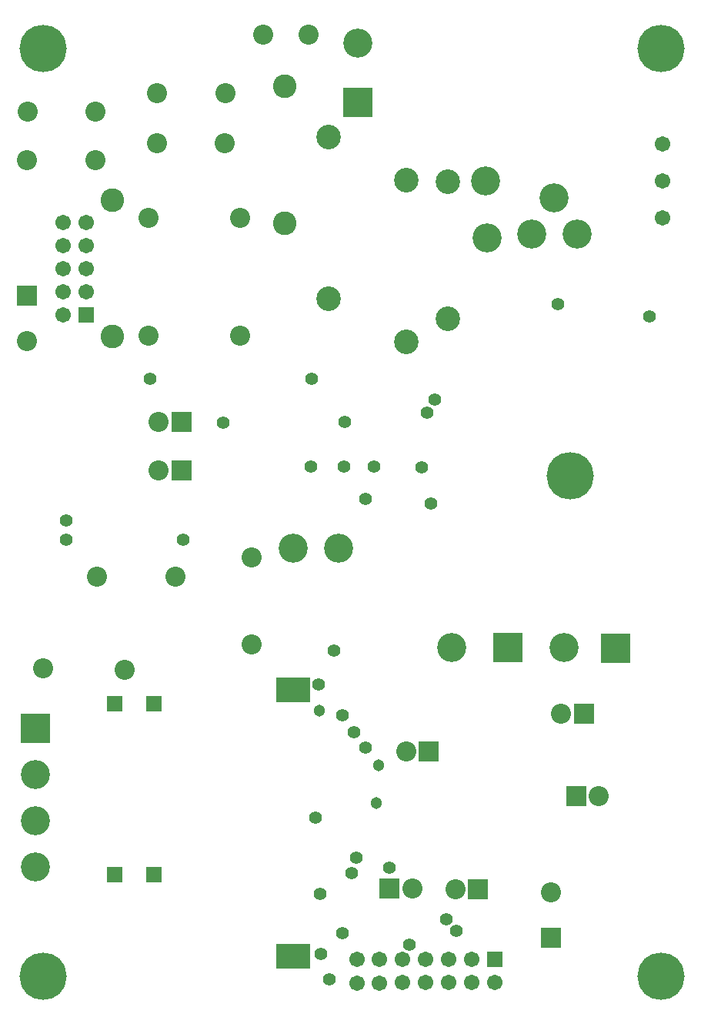
<source format=gbs>
%FSLAX43Y43*%
%MOMM*%
G71*
G01*
G75*
%ADD10C,0.300*%
%ADD11R,1.800X1.600*%
%ADD12R,3.000X4.000*%
%ADD13R,2.150X3.500*%
%ADD14R,2.150X1.100*%
%ADD15R,2.150X0.600*%
%ADD16R,2.200X0.600*%
%ADD17R,4.000X3.000*%
%ADD18R,1.600X1.800*%
%ADD19R,0.600X2.200*%
%ADD20R,0.600X2.200*%
%ADD21R,2.200X0.600*%
%ADD22R,8.000X3.500*%
%ADD23R,1.300X1.500*%
%ADD24R,4.000X4.000*%
%ADD25R,2.150X0.600*%
%ADD26C,0.500*%
%ADD27C,1.000*%
%ADD28C,2.000*%
%ADD29C,1.500*%
%ADD30C,0.400*%
%ADD31C,2.000*%
%ADD32C,2.000*%
%ADD33C,1.500*%
%ADD34R,2.000X2.000*%
%ADD35R,1.500X1.500*%
%ADD36C,2.500*%
%ADD37C,3.000*%
%ADD38R,3.000X3.000*%
%ADD39C,5.000*%
%ADD40C,2.400*%
%ADD41C,1.200*%
%ADD42C,1.100*%
%ADD43R,3.500X2.600*%
%ADD44C,0.600*%
%ADD45R,2.003X1.803*%
%ADD46R,3.203X4.203*%
%ADD47R,2.353X3.703*%
%ADD48R,2.353X1.303*%
%ADD49R,2.353X0.803*%
%ADD50R,2.403X0.803*%
%ADD51R,4.203X3.203*%
%ADD52R,1.803X2.003*%
%ADD53R,0.803X2.403*%
%ADD54R,0.803X2.403*%
%ADD55R,2.403X0.803*%
%ADD56R,8.203X3.703*%
%ADD57R,1.503X1.703*%
%ADD58R,4.203X4.203*%
%ADD59R,2.353X0.803*%
%ADD60C,2.203*%
%ADD61C,2.203*%
%ADD62C,1.703*%
%ADD63R,2.203X2.203*%
%ADD64R,1.703X1.703*%
%ADD65C,2.703*%
%ADD66C,3.203*%
%ADD67R,3.203X3.203*%
%ADD68C,5.203*%
%ADD69C,2.603*%
%ADD70C,1.403*%
%ADD71C,1.303*%
%ADD72R,3.703X2.803*%
D60*
X19557Y47796D02*
D03*
X10907D02*
D03*
X25048Y100892D02*
D03*
X17502Y95458D02*
D03*
X10798Y98892D02*
D03*
D61*
X13950Y37500D02*
D03*
X5050Y37700D02*
D03*
X61989Y32658D02*
D03*
X60857Y13049D02*
D03*
X27958Y49848D02*
D03*
Y40348D02*
D03*
X17715Y64740D02*
D03*
X17735Y59471D02*
D03*
X44939Y28558D02*
D03*
X45611Y13442D02*
D03*
X17548Y100892D02*
D03*
X25002Y95458D02*
D03*
X26650Y74250D02*
D03*
X16650D02*
D03*
X26650Y87250D02*
D03*
X16650D02*
D03*
X3208Y73644D02*
D03*
X10752Y93558D02*
D03*
X3252D02*
D03*
X3298Y98892D02*
D03*
X66161Y23642D02*
D03*
X50385Y13408D02*
D03*
X34254Y107402D02*
D03*
X29254D02*
D03*
D62*
X39540Y3040D02*
D03*
X42040D02*
D03*
Y5650D02*
D03*
X44537D02*
D03*
X47077D02*
D03*
X49617Y3110D02*
D03*
X47077D02*
D03*
X54697D02*
D03*
X52157Y5650D02*
D03*
X49617D02*
D03*
X7210Y76550D02*
D03*
X9750Y79090D02*
D03*
X7210D02*
D03*
X9750Y81630D02*
D03*
X7210D02*
D03*
X9750Y84170D02*
D03*
X7210D02*
D03*
X9750Y86710D02*
D03*
X7210Y86710D02*
D03*
X39540Y5650D02*
D03*
X52157Y3110D02*
D03*
X44537D02*
D03*
X73150Y95350D02*
D03*
Y91300D02*
D03*
Y87200D02*
D03*
D63*
X64489Y32658D02*
D03*
X60857Y8049D02*
D03*
X20215Y64739D02*
D03*
X20235Y59471D02*
D03*
X47439Y28558D02*
D03*
X43111Y13442D02*
D03*
X3208Y78644D02*
D03*
X63661Y23642D02*
D03*
X52885Y13408D02*
D03*
D64*
X17200Y33750D02*
D03*
X12900D02*
D03*
X17200Y14950D02*
D03*
X12900D02*
D03*
X54697Y5650D02*
D03*
X9750Y76550D02*
D03*
D65*
X36458Y96093D02*
D03*
Y78313D02*
D03*
X44992Y73607D02*
D03*
Y91387D02*
D03*
X49550Y76150D02*
D03*
Y91150D02*
D03*
D66*
X39600Y106450D02*
D03*
X50000Y40000D02*
D03*
X32550Y50850D02*
D03*
X37500D02*
D03*
X53700Y91250D02*
D03*
X53900Y85050D02*
D03*
X62300Y40000D02*
D03*
X4200Y20940D02*
D03*
Y26020D02*
D03*
Y15860D02*
D03*
X58750Y85400D02*
D03*
X61250Y89400D02*
D03*
X63750Y85400D02*
D03*
D67*
X39600Y99950D02*
D03*
X56150Y40000D02*
D03*
X68000Y39900D02*
D03*
X4200Y31100D02*
D03*
D68*
X63000Y58850D02*
D03*
X5000Y3850D02*
D03*
X5000Y105850D02*
D03*
X73000Y105850D02*
D03*
X73000Y3850D02*
D03*
D69*
X31600Y86650D02*
D03*
X12600Y89200D02*
D03*
X31600Y101650D02*
D03*
X12600Y74200D02*
D03*
D70*
X71750Y76350D02*
D03*
X24800Y64650D02*
D03*
X34500Y59850D02*
D03*
X34550Y69500D02*
D03*
X47250Y65750D02*
D03*
X48100Y67200D02*
D03*
X41450Y59850D02*
D03*
X47650Y55800D02*
D03*
X38200Y64750D02*
D03*
X38100Y59900D02*
D03*
X16800Y69500D02*
D03*
X20400Y51808D02*
D03*
X7550Y53950D02*
D03*
Y51850D02*
D03*
X40500Y56300D02*
D03*
X46650Y59800D02*
D03*
X61650Y77750D02*
D03*
X38950Y15200D02*
D03*
X35500Y12900D02*
D03*
X35550Y6300D02*
D03*
X39450Y16850D02*
D03*
X36500Y3450D02*
D03*
X35300Y35900D02*
D03*
X37950Y32500D02*
D03*
Y8550D02*
D03*
X50500Y8800D02*
D03*
X39200Y30650D02*
D03*
X49382Y10082D02*
D03*
X40450Y28950D02*
D03*
X37000Y39600D02*
D03*
X45300Y7250D02*
D03*
X43100Y15750D02*
D03*
X35000Y21250D02*
D03*
D71*
X35397Y33000D02*
D03*
X41897Y27000D02*
D03*
X41697Y22900D02*
D03*
D72*
X32500Y35300D02*
D03*
Y6000D02*
D03*
M02*

</source>
